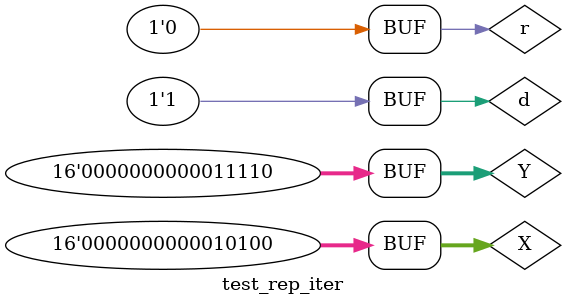
<source format=v>
`timescale 1ns / 1ps


module test_rep_iter;

	// Inputs
	reg r;
	reg d;
	reg [15:0] X;
	reg [15:0] Y;

	// Outputs
	wire [15:0] Xnew;
	wire [15:0] Ynew;

	// Instantiate the Unit Under Test (UUT)
	rep_iter uut (
		.r(r), 
		.d(d), 
		.X(X), 
		.Y(Y), 
		.Xnew(Xnew), 
		.Ynew(Ynew)
	);

	initial begin
		// Initialize Inputs
		r = 1;
		d = 1;
		X = 20;
		Y = 30;

		// Wait 100 ns for global reset to finish
		#100;
		
		r = 0;
        
		// Add stimulus here

	end
      
endmodule


</source>
